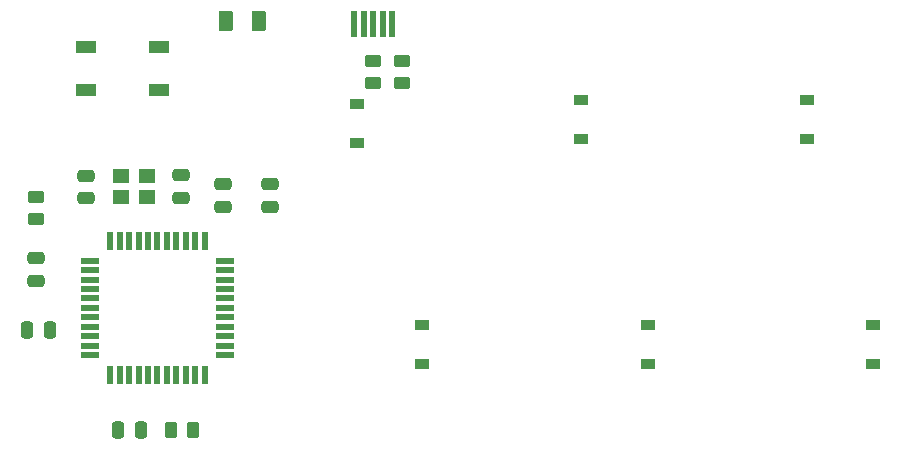
<source format=gbr>
%TF.GenerationSoftware,KiCad,Pcbnew,(6.0.11)*%
%TF.CreationDate,2023-05-29T20:04:11-04:00*%
%TF.ProjectId,MacroPad1.1,4d616372-6f50-4616-9431-2e312e6b6963,rev?*%
%TF.SameCoordinates,Original*%
%TF.FileFunction,Paste,Bot*%
%TF.FilePolarity,Positive*%
%FSLAX46Y46*%
G04 Gerber Fmt 4.6, Leading zero omitted, Abs format (unit mm)*
G04 Created by KiCad (PCBNEW (6.0.11)) date 2023-05-29 20:04:11*
%MOMM*%
%LPD*%
G01*
G04 APERTURE LIST*
G04 Aperture macros list*
%AMRoundRect*
0 Rectangle with rounded corners*
0 $1 Rounding radius*
0 $2 $3 $4 $5 $6 $7 $8 $9 X,Y pos of 4 corners*
0 Add a 4 corners polygon primitive as box body*
4,1,4,$2,$3,$4,$5,$6,$7,$8,$9,$2,$3,0*
0 Add four circle primitives for the rounded corners*
1,1,$1+$1,$2,$3*
1,1,$1+$1,$4,$5*
1,1,$1+$1,$6,$7*
1,1,$1+$1,$8,$9*
0 Add four rect primitives between the rounded corners*
20,1,$1+$1,$2,$3,$4,$5,0*
20,1,$1+$1,$4,$5,$6,$7,0*
20,1,$1+$1,$6,$7,$8,$9,0*
20,1,$1+$1,$8,$9,$2,$3,0*%
G04 Aperture macros list end*
%ADD10RoundRect,0.250000X0.262500X0.450000X-0.262500X0.450000X-0.262500X-0.450000X0.262500X-0.450000X0*%
%ADD11RoundRect,0.250000X0.475000X-0.250000X0.475000X0.250000X-0.475000X0.250000X-0.475000X-0.250000X0*%
%ADD12R,1.200000X0.900000*%
%ADD13RoundRect,0.250000X-0.475000X0.250000X-0.475000X-0.250000X0.475000X-0.250000X0.475000X0.250000X0*%
%ADD14RoundRect,0.250000X-0.450000X0.262500X-0.450000X-0.262500X0.450000X-0.262500X0.450000X0.262500X0*%
%ADD15RoundRect,0.250000X-0.250000X-0.475000X0.250000X-0.475000X0.250000X0.475000X-0.250000X0.475000X0*%
%ADD16RoundRect,0.250000X0.375000X0.625000X-0.375000X0.625000X-0.375000X-0.625000X0.375000X-0.625000X0*%
%ADD17R,1.800000X1.100000*%
%ADD18R,0.500000X2.250000*%
%ADD19R,1.500000X0.550000*%
%ADD20R,0.550000X1.500000*%
%ADD21R,1.400000X1.200000*%
G04 APERTURE END LIST*
D10*
%TO.C,R4*%
X89502750Y-110331250D03*
X87677750Y-110331250D03*
%TD*%
D11*
%TO.C,C6*%
X96043750Y-91437500D03*
X96043750Y-89537500D03*
%TD*%
D12*
%TO.C,D3*%
X122399500Y-82437500D03*
X122399500Y-85737500D03*
%TD*%
D13*
%TO.C,C2*%
X88477349Y-88788766D03*
X88477349Y-90688766D03*
%TD*%
D11*
%TO.C,C3*%
X80476349Y-90720516D03*
X80476349Y-88820516D03*
%TD*%
D12*
%TO.C,D1*%
X103381250Y-82737500D03*
X103381250Y-86037500D03*
%TD*%
%TO.C,D6*%
X147069250Y-101487500D03*
X147069250Y-104787500D03*
%TD*%
D14*
%TO.C,R3*%
X76200000Y-90654500D03*
X76200000Y-92479500D03*
%TD*%
%TO.C,R1*%
X104775000Y-79137500D03*
X104775000Y-80962500D03*
%TD*%
D12*
%TO.C,D2*%
X108937500Y-101487500D03*
X108937500Y-104787500D03*
%TD*%
D15*
%TO.C,C4*%
X75504000Y-101854000D03*
X77404000Y-101854000D03*
%TD*%
D16*
%TO.C,F1*%
X95126000Y-75692000D03*
X92326000Y-75692000D03*
%TD*%
D11*
%TO.C,C1*%
X92075000Y-91437500D03*
X92075000Y-89537500D03*
%TD*%
D15*
%TO.C,C5*%
X83195250Y-110331250D03*
X85095250Y-110331250D03*
%TD*%
D17*
%TO.C,SW1*%
X86666000Y-77906000D03*
X80466000Y-81606000D03*
X86666000Y-81606000D03*
X80466000Y-77906000D03*
%TD*%
D12*
%TO.C,D4*%
X128019250Y-101487500D03*
X128019250Y-104787500D03*
%TD*%
D18*
%TO.C,USB1*%
X106375000Y-75937500D03*
X105575000Y-75937500D03*
X104775000Y-75937500D03*
X103975000Y-75937500D03*
X103175000Y-75937500D03*
%TD*%
D12*
%TO.C,D5*%
X141481250Y-82437500D03*
X141481250Y-85737500D03*
%TD*%
D19*
%TO.C,U1*%
X80818750Y-104012500D03*
X80818750Y-103212500D03*
X80818750Y-102412500D03*
X80818750Y-101612500D03*
X80818750Y-100812500D03*
X80818750Y-100012500D03*
X80818750Y-99212500D03*
X80818750Y-98412500D03*
X80818750Y-97612500D03*
X80818750Y-96812500D03*
X80818750Y-96012500D03*
D20*
X82518750Y-94312500D03*
X83318750Y-94312500D03*
X84118750Y-94312500D03*
X84918750Y-94312500D03*
X85718750Y-94312500D03*
X86518750Y-94312500D03*
X87318750Y-94312500D03*
X88118750Y-94312500D03*
X88918750Y-94312500D03*
X89718750Y-94312500D03*
X90518750Y-94312500D03*
D19*
X92218750Y-96012500D03*
X92218750Y-96812500D03*
X92218750Y-97612500D03*
X92218750Y-98412500D03*
X92218750Y-99212500D03*
X92218750Y-100012500D03*
X92218750Y-100812500D03*
X92218750Y-101612500D03*
X92218750Y-102412500D03*
X92218750Y-103212500D03*
X92218750Y-104012500D03*
D20*
X90518750Y-105712500D03*
X89718750Y-105712500D03*
X88918750Y-105712500D03*
X88118750Y-105712500D03*
X87318750Y-105712500D03*
X86518750Y-105712500D03*
X85718750Y-105712500D03*
X84918750Y-105712500D03*
X84118750Y-105712500D03*
X83318750Y-105712500D03*
X82518750Y-105712500D03*
%TD*%
D14*
%TO.C,R2*%
X107188000Y-79137500D03*
X107188000Y-80962500D03*
%TD*%
D13*
%TO.C,C7*%
X76200000Y-95824000D03*
X76200000Y-97724000D03*
%TD*%
D21*
%TO.C,Y1*%
X85640349Y-90588766D03*
X83440349Y-90588766D03*
X83440349Y-88888766D03*
X85640349Y-88888766D03*
%TD*%
M02*

</source>
